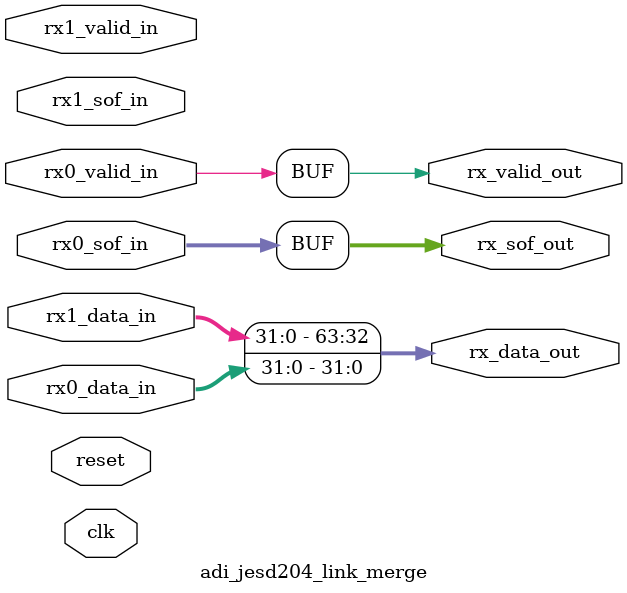
<source format=v>

`timescale 1ns/100ps

module adi_jesd204_link_merge #(

  parameter NUM_OF_LANES_PER_LINK = 1 ) (

  input                                 clk,
  input                                 reset,

  input  [ 3:0]                         rx0_sof_in,
  input                                 rx0_valid_in,
  input  [32*NUM_OF_LANES_PER_LINK-1:0] rx0_data_in,

  input  [ 3:0]                         rx1_sof_in,
  input                                 rx1_valid_in,
  input  [32*NUM_OF_LANES_PER_LINK-1:0] rx1_data_in,

  output [ 3:0]                           rx_sof_out,
  output                                  rx_valid_out,
  output [32*2*NUM_OF_LANES_PER_LINK-1:0] rx_data_out

);

  assign rx_sof_out = rx0_sof_in;
  assign rx_valid_out = rx0_valid_in;
  assign rx_data_out = {rx1_data_in, rx0_data_in};

endmodule

</source>
